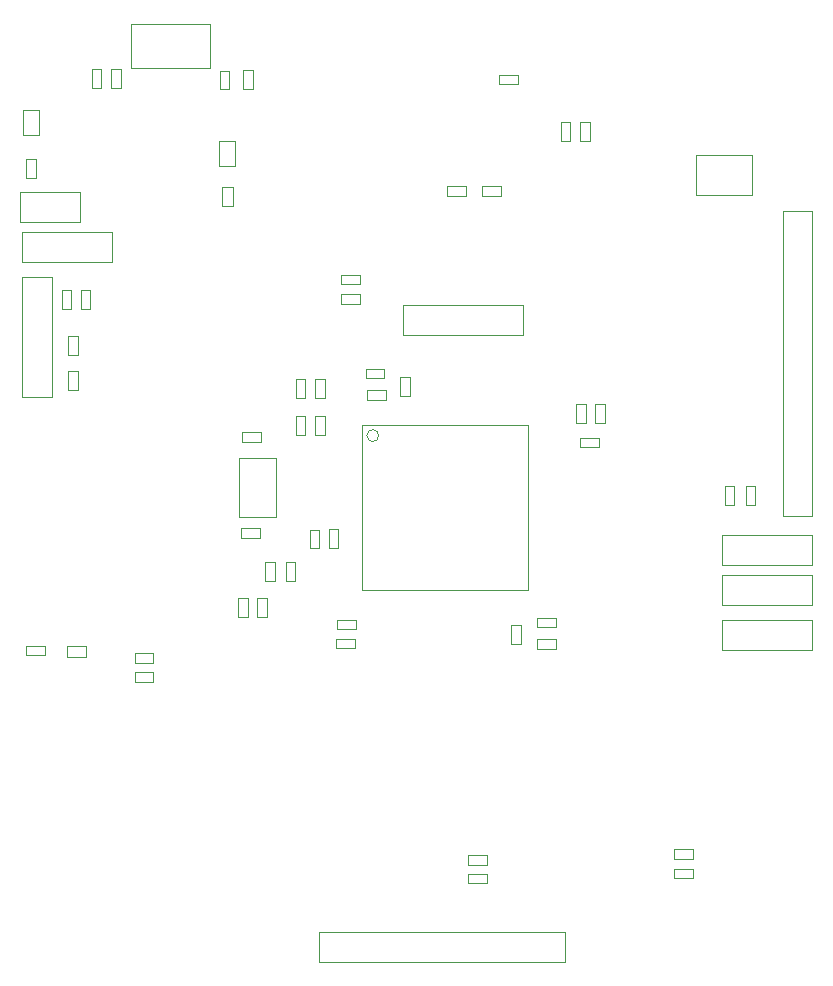
<source format=gbr>
G04*
G04 #@! TF.GenerationSoftware,Altium Limited,Altium Designer,22.9.1 (49)*
G04*
G04 Layer_Color=16711935*
%FSTAX24Y24*%
%MOIN*%
G70*
G04*
G04 #@! TF.SameCoordinates,D3726A14-7932-4F0B-9928-97F3702F6CAB*
G04*
G04*
G04 #@! TF.FilePolarity,Positive*
G04*
G01*
G75*
%ADD76C,0.0039*%
D76*
X012345Y018302D02*
G03*
X012345Y018302I-000197J0D01*
G01*
X010043Y01517D02*
X010357D01*
X010043Y01454D02*
X010357D01*
Y01517D01*
X010043Y01454D02*
Y01517D01*
X010674Y015185D02*
X010989D01*
X010674Y014555D02*
X010989D01*
Y015185D01*
X010674Y014555D02*
Y015185D01*
X011794Y013144D02*
X017306D01*
X011794Y018656D02*
X017306D01*
Y013144D02*
Y018656D01*
X011794Y013144D02*
Y018656D01*
X016365Y030023D02*
Y030337D01*
X016995Y030023D02*
Y030337D01*
X016365D02*
X016995D01*
X016365Y030023D02*
X016995D01*
X015777Y026627D02*
X016407D01*
X015777Y026273D02*
X016407D01*
X015777D02*
Y026627D01*
X016407Y026273D02*
Y026627D01*
X018413Y028115D02*
X018727D01*
X018413Y028745D02*
X018727D01*
X018413Y028115D02*
Y028745D01*
X018727Y028115D02*
Y028745D01*
X019063Y028115D02*
X019377D01*
X019063Y028745D02*
X019377D01*
X019063Y028115D02*
Y028745D01*
X019377Y028115D02*
Y028745D01*
X014635Y026627D02*
X015265D01*
X014635Y026273D02*
X015265D01*
X014635D02*
Y026627D01*
X015265Y026273D02*
Y026627D01*
X010915Y011211D02*
X011545D01*
X010915Y011526D02*
X011545D01*
Y011211D02*
Y011526D01*
X010915Y011211D02*
Y011526D01*
X01094Y011843D02*
X01157D01*
X01094Y012157D02*
X01157D01*
Y011843D02*
Y012157D01*
X01094Y011843D02*
Y012157D01*
X009244Y013465D02*
X009559D01*
X009244Y014095D02*
X009559D01*
X009244Y013465D02*
Y014095D01*
X009559Y013465D02*
Y014095D01*
X008877Y013465D02*
Y014095D01*
X008563Y013465D02*
Y014095D01*
X008877D01*
X008563Y013465D02*
X008877D01*
X008609Y012246D02*
Y012876D01*
X008294Y012246D02*
Y012876D01*
X008609D01*
X008294Y012246D02*
X008609D01*
X007977Y012265D02*
Y012895D01*
X007663Y012265D02*
Y012895D01*
X007977D01*
X007663Y012265D02*
X007977D01*
X017631Y011507D02*
X018261D01*
X017631Y011193D02*
X018261D01*
X017631D02*
Y011507D01*
X018261Y011193D02*
Y011507D01*
X017631Y012227D02*
X018261D01*
X017631Y011913D02*
X018261D01*
X017631D02*
Y012227D01*
X018261Y011913D02*
Y012227D01*
X017077Y011365D02*
Y011995D01*
X016763Y011365D02*
Y011995D01*
X017077D01*
X016763Y011365D02*
X017077D01*
X01194Y019807D02*
X01257D01*
X01194Y019493D02*
X01257D01*
X01194D02*
Y019807D01*
X01257Y019493D02*
Y019807D01*
X013037Y02025D02*
X013391D01*
X013037Y01962D02*
X013391D01*
Y02025D01*
X013037Y01962D02*
Y02025D01*
X022919Y027671D02*
X024781D01*
X022919Y026329D02*
X024781D01*
X022919D02*
Y027671D01*
X024781Y026329D02*
Y027671D01*
X01108Y023657D02*
X01171D01*
X01108Y023343D02*
X01171D01*
X01108D02*
Y023657D01*
X01171Y023343D02*
Y023657D01*
X01109Y023007D02*
X01172D01*
X01109Y022693D02*
X01172D01*
X01109D02*
Y023007D01*
X01172Y022693D02*
Y023007D01*
X000484Y028323D02*
Y02915D01*
X001016Y028323D02*
Y02915D01*
X000484Y028323D02*
X001016D01*
X000484Y02915D02*
X001016D01*
X007034Y0273D02*
Y028127D01*
X007566Y0273D02*
Y028127D01*
X007034Y0273D02*
X007566D01*
X007034Y028127D02*
X007566D01*
X000573Y026885D02*
X000927D01*
X000573Y027515D02*
X000927D01*
X000573Y026885D02*
Y027515D01*
X000927Y026885D02*
Y027515D01*
X007123Y025953D02*
X007477D01*
X007123Y026583D02*
X007477D01*
X007123Y025953D02*
Y026583D01*
X007477Y025953D02*
Y026583D01*
X006728Y03057D02*
Y03203D01*
X004086Y03057D02*
Y03203D01*
X006728D01*
X004086Y03057D02*
X006728D01*
X002773Y029905D02*
Y030535D01*
X003087Y029905D02*
Y030535D01*
X002773Y029905D02*
X003087D01*
X002773Y030535D02*
X003087D01*
X003423Y029905D02*
Y030535D01*
X003737Y029905D02*
Y030535D01*
X003423Y029905D02*
X003737D01*
X003423Y030535D02*
X003737D01*
X007043Y02984D02*
Y03047D01*
X007357Y02984D02*
Y03047D01*
X007043Y02984D02*
X007357D01*
X007043Y03047D02*
X007357D01*
X007823Y029855D02*
Y030485D01*
X008137Y029855D02*
Y030485D01*
X007823Y029855D02*
X008137D01*
X007823Y030485D02*
X008137D01*
X02219Y004193D02*
X02282D01*
X02219Y004507D02*
X02282D01*
Y004193D02*
Y004507D01*
X02219Y004193D02*
Y004507D01*
Y003543D02*
X02282D01*
X02219Y003857D02*
X02282D01*
Y003543D02*
Y003857D01*
X02219Y003543D02*
Y003857D01*
X0238Y01215D02*
X0268D01*
X0238Y01115D02*
X0268D01*
X0238D02*
Y01215D01*
X0268Y01115D02*
Y01215D01*
X010362Y000758D02*
Y001742D01*
Y000758D02*
X018558D01*
Y001742D01*
X010362D02*
X018558D01*
X015315Y004004D02*
X015945D01*
X015315Y004319D02*
X015945D01*
Y004004D02*
Y004319D01*
X015315Y004004D02*
Y004319D01*
Y003373D02*
X015945D01*
X015315Y003687D02*
X015945D01*
Y003373D02*
Y003687D01*
X015315Y003373D02*
Y003687D01*
X004205Y010412D02*
X004835D01*
X004205Y010097D02*
X004835D01*
X004205D02*
Y010412D01*
X004835Y010097D02*
Y010412D01*
X004205Y011044D02*
X004835D01*
X004205Y010729D02*
X004835D01*
X004205D02*
Y011044D01*
X004835Y010729D02*
Y011044D01*
X00195Y010925D02*
Y011279D01*
X00258Y010925D02*
Y011279D01*
X00195D02*
X00258D01*
X00195Y010925D02*
X00258D01*
X00893Y015585D02*
Y017553D01*
X00767Y015585D02*
X00893D01*
X00767D02*
Y017553D01*
X00893D01*
X00774Y014894D02*
X00837D01*
X00774Y015209D02*
X00837D01*
Y014894D02*
Y015209D01*
X00774Y014894D02*
Y015209D01*
X00778Y018407D02*
X00841D01*
X00778Y018093D02*
X00841D01*
X00778D02*
Y018407D01*
X00841Y018093D02*
Y018407D01*
X00059Y010985D02*
X00122D01*
X00059Y0113D02*
X00122D01*
Y010985D02*
Y0113D01*
X00059Y010985D02*
Y0113D01*
X01315Y02165D02*
X01715D01*
X01315Y02265D02*
X01715D01*
Y02165D02*
Y02265D01*
X01315Y02165D02*
Y02265D01*
X019055Y018227D02*
X019685D01*
X019055Y017913D02*
X019685D01*
X019055D02*
Y018227D01*
X019685Y017913D02*
Y018227D01*
X009573Y019555D02*
Y020185D01*
X009887Y019555D02*
Y020185D01*
X009573Y019555D02*
X009887D01*
X009573Y020185D02*
X009887D01*
X010223Y018336D02*
Y018966D01*
X010537Y018336D02*
Y018966D01*
X010223Y018336D02*
X010537D01*
X010223Y018966D02*
X010537D01*
X010223Y019555D02*
Y020185D01*
X010537Y019555D02*
Y020185D01*
X010223Y019555D02*
X010537D01*
X010223Y020185D02*
X010537D01*
X011905Y020527D02*
X012535D01*
X011905Y020213D02*
X012535D01*
X011905D02*
Y020527D01*
X012535Y020213D02*
Y020527D01*
X019877Y018715D02*
Y019345D01*
X019563Y018715D02*
Y019345D01*
X019877D01*
X019563Y018715D02*
X019877D01*
X009573Y018336D02*
Y018966D01*
X009887Y018336D02*
Y018966D01*
X009573Y018336D02*
X009887D01*
X009573Y018966D02*
X009887D01*
X019246Y018715D02*
Y019345D01*
X018931Y018715D02*
Y019345D01*
X019246D01*
X018931Y018715D02*
X019246D01*
X025808Y015606D02*
X026792D01*
Y025803D01*
X025808D02*
X026792D01*
X025808Y015606D02*
Y025803D01*
X024573Y016005D02*
Y016635D01*
X024887Y016005D02*
Y016635D01*
X024573Y016005D02*
X024887D01*
X024573Y016635D02*
X024887D01*
X023873Y016005D02*
Y016635D01*
X024187Y016005D02*
Y016635D01*
X023873Y016005D02*
X024187D01*
X023873Y016635D02*
X024187D01*
X002096Y022515D02*
Y023145D01*
X001781Y022515D02*
Y023145D01*
X002096D01*
X001781Y022515D02*
X002096D01*
X002727D02*
Y023145D01*
X002413Y022515D02*
Y023145D01*
X002727D01*
X002413Y022515D02*
X002727D01*
X00145Y0196D02*
Y0236D01*
X00045Y0196D02*
Y0236D01*
X00145D01*
X00045Y0196D02*
X00145D01*
X001973Y021D02*
X002327D01*
X001973Y02163D02*
X002327D01*
X001973Y021D02*
Y02163D01*
X002327Y021D02*
Y02163D01*
X001973Y020465D02*
X002327D01*
X001973Y019835D02*
X002327D01*
Y020465D01*
X001973Y019835D02*
Y020465D01*
X0238Y015D02*
X0268D01*
X0238Y014D02*
X0268D01*
X0238D02*
Y015D01*
X0268Y014D02*
Y015D01*
X00045Y0241D02*
X00345D01*
X00045Y0251D02*
X00345D01*
Y0241D02*
Y0251D01*
X00045Y0241D02*
Y0251D01*
X0004Y026436D02*
X0024D01*
Y025436D02*
Y026436D01*
X0004Y025436D02*
X0024D01*
X0004D02*
Y026436D01*
X0238Y013664D02*
X0268D01*
X0238Y012664D02*
X0268D01*
X0238D02*
Y013664D01*
X0268Y012664D02*
Y013664D01*
M02*

</source>
